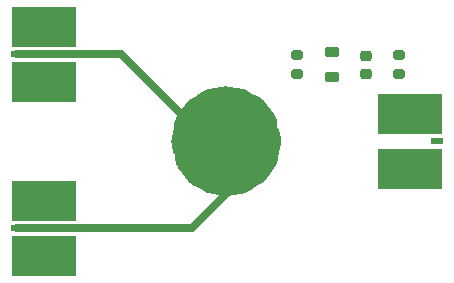
<source format=gbr>
%TF.GenerationSoftware,KiCad,Pcbnew,(6.0.2-0)*%
%TF.CreationDate,2022-03-21T23:10:48-05:00*%
%TF.ProjectId,EE515X_Project,45453531-3558-45f5-9072-6f6a6563742e,rev?*%
%TF.SameCoordinates,Original*%
%TF.FileFunction,Soldermask,Top*%
%TF.FilePolarity,Negative*%
%FSLAX46Y46*%
G04 Gerber Fmt 4.6, Leading zero omitted, Abs format (unit mm)*
G04 Created by KiCad (PCBNEW (6.0.2-0)) date 2022-03-21 23:10:48*
%MOMM*%
%LPD*%
G01*
G04 APERTURE LIST*
G04 Aperture macros list*
%AMRoundRect*
0 Rectangle with rounded corners*
0 $1 Rounding radius*
0 $2 $3 $4 $5 $6 $7 $8 $9 X,Y pos of 4 corners*
0 Add a 4 corners polygon primitive as box body*
4,1,4,$2,$3,$4,$5,$6,$7,$8,$9,$2,$3,0*
0 Add four circle primitives for the rounded corners*
1,1,$1+$1,$2,$3*
1,1,$1+$1,$4,$5*
1,1,$1+$1,$6,$7*
1,1,$1+$1,$8,$9*
0 Add four rect primitives between the rounded corners*
20,1,$1+$1,$2,$3,$4,$5,0*
20,1,$1+$1,$4,$5,$6,$7,0*
20,1,$1+$1,$6,$7,$8,$9,0*
20,1,$1+$1,$8,$9,$2,$3,0*%
G04 Aperture macros list end*
%ADD10C,0.712420*%
%ADD11C,0.527000*%
%ADD12C,4.648200*%
%ADD13R,1.016000X0.508000*%
%ADD14C,0.762000*%
%ADD15R,5.537200X3.449320*%
%ADD16RoundRect,0.225000X0.250000X-0.225000X0.250000X0.225000X-0.250000X0.225000X-0.250000X-0.225000X0*%
%ADD17R,0.600000X0.700000*%
%ADD18RoundRect,0.200000X-0.275000X0.200000X-0.275000X-0.200000X0.275000X-0.200000X0.275000X0.200000X0*%
%ADD19RoundRect,0.218750X-0.381250X0.218750X-0.381250X-0.218750X0.381250X-0.218750X0.381250X0.218750X0*%
G04 APERTURE END LIST*
D10*
X87058110Y-97028000D02*
X92294207Y-102264097D01*
X78232000Y-97028000D02*
X87058110Y-97028000D01*
D11*
X92303179Y-102264097D02*
X92362982Y-102323900D01*
X92294207Y-102264097D02*
X92303179Y-102264097D01*
X95948667Y-108534367D02*
X95948500Y-108534200D01*
D10*
X93091000Y-111760000D02*
X95948667Y-108902333D01*
X95948667Y-108902333D02*
X95948667Y-108616399D01*
X78221700Y-111760000D02*
X93091000Y-111760000D01*
D11*
X95948667Y-108616399D02*
X95948667Y-108534367D01*
%TO.C,ST1*%
G36*
X96239466Y-100787262D02*
G01*
X96432864Y-100803667D01*
X96625396Y-100828237D01*
X96816716Y-100860930D01*
X97006482Y-100901686D01*
X97194354Y-100950432D01*
X97379996Y-101007081D01*
X97563076Y-101071532D01*
X97743266Y-101143669D01*
X97920243Y-101223363D01*
X98093691Y-101310472D01*
X98263299Y-101404839D01*
X98428764Y-101506297D01*
X98589789Y-101614662D01*
X98746086Y-101729741D01*
X98897376Y-101851328D01*
X96627950Y-104555925D01*
X95269050Y-104555925D01*
X92999624Y-101851328D01*
X93150914Y-101729741D01*
X93307211Y-101614662D01*
X93468236Y-101506297D01*
X93633701Y-101404839D01*
X93803309Y-101310472D01*
X93976757Y-101223363D01*
X94153734Y-101143669D01*
X94333924Y-101071532D01*
X94517004Y-101007081D01*
X94702646Y-100950432D01*
X94890518Y-100901686D01*
X95080284Y-100860930D01*
X95271604Y-100828237D01*
X95464136Y-100803667D01*
X95657534Y-100787262D01*
X95851453Y-100779052D01*
X96045547Y-100779052D01*
X96239466Y-100787262D01*
G37*
%TO.C,HY1*%
D12*
X98272600Y-104394000D02*
G75*
G03*
X98272600Y-104394000I-2324100J0D01*
G01*
%TD*%
D13*
%TO.C,J2*%
X78221688Y-111760000D03*
D14*
X82158688Y-112826800D03*
X82158688Y-110693200D03*
X80888688Y-110693200D03*
D15*
X80482288Y-114100610D03*
D14*
X79618688Y-110693200D03*
X78348688Y-110693200D03*
X78348688Y-112826800D03*
X80888688Y-112826800D03*
X79618688Y-112826800D03*
D15*
X80482288Y-109419390D03*
%TD*%
D13*
%TO.C,J1*%
X78232000Y-97028000D03*
D14*
X82169000Y-98094800D03*
X82169000Y-95961200D03*
X80899000Y-95961200D03*
D15*
X80492600Y-99368610D03*
D14*
X79629000Y-95961200D03*
X78359000Y-95961200D03*
X78359000Y-98094800D03*
X80899000Y-98094800D03*
X79629000Y-98094800D03*
D15*
X80492600Y-94687390D03*
%TD*%
D13*
%TO.C,J3*%
X113802312Y-104394000D03*
D14*
X109865312Y-103327200D03*
X109865312Y-105460800D03*
X111135312Y-105460800D03*
D15*
X111541712Y-102053390D03*
D14*
X112405312Y-105460800D03*
X113675312Y-105460800D03*
X113675312Y-103327200D03*
X111135312Y-103327200D03*
X112405312Y-103327200D03*
D15*
X111541712Y-106734610D03*
%TD*%
D16*
%TO.C,C1*%
X107823000Y-98692000D03*
X107823000Y-97142000D03*
%TD*%
D17*
%TO.C,D2*%
X96518500Y-104394000D03*
X97918500Y-104394000D03*
%TD*%
D18*
%TO.C,R1*%
X101985668Y-97092000D03*
X101985668Y-98742000D03*
%TD*%
%TO.C,R2*%
X110621668Y-97092000D03*
X110621668Y-98742000D03*
%TD*%
D17*
%TO.C,D1*%
X93978500Y-104394000D03*
X95378500Y-104394000D03*
%TD*%
D19*
%TO.C,L1*%
X104904334Y-96854500D03*
X104904334Y-98979500D03*
%TD*%
M02*

</source>
